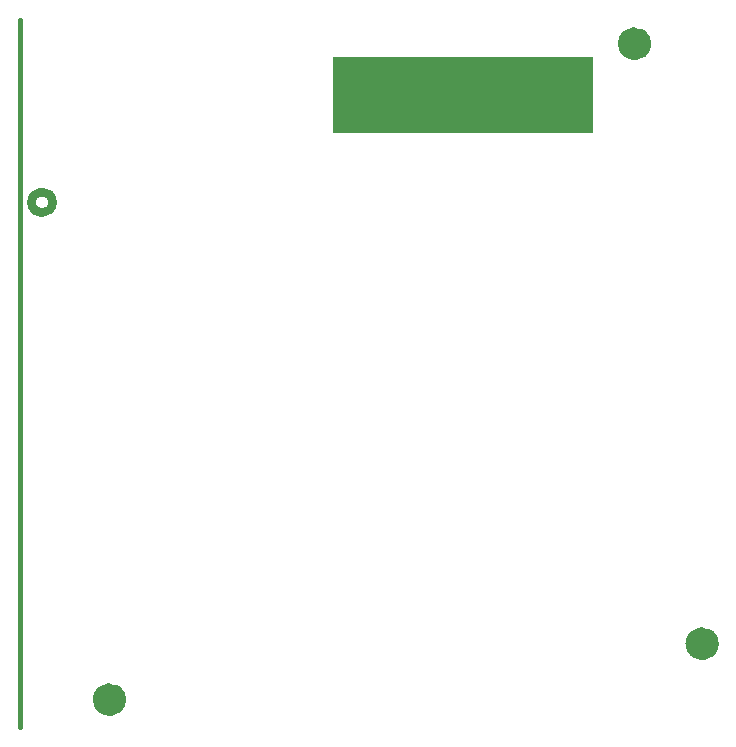
<source format=gko>
G04*
G04 #@! TF.GenerationSoftware,Altium Limited,Altium Designer,23.8.1 (32)*
G04*
G04 Layer_Color=16711935*
%FSLAX44Y44*%
%MOMM*%
G71*
G04*
G04 #@! TF.SameCoordinates,271CB4FA-4F0A-43F9-8DEE-C87A6A24424C*
G04*
G04*
G04 #@! TF.FilePolarity,Positive*
G04*
G01*
G75*
%ADD113C,0.2540*%
%ADD130C,1.3970*%
%ADD131C,0.7620*%
%ADD132R,22.0000X6.5000*%
D113*
X0Y0D02*
X1270D01*
X0Y600000D02*
X1270D01*
Y0D02*
Y600000D01*
X0Y0D02*
Y600000D01*
D130*
X585343Y71120D02*
G03*
X585343Y71120I-6985J0D01*
G01*
X83477Y23790D02*
G03*
X83477Y23790I-6985J0D01*
G01*
X528127Y579120D02*
G03*
X528127Y579120I-6985J0D01*
G01*
D131*
X28353Y444798D02*
G03*
X28353Y444798I-8890J0D01*
G01*
D132*
X375831Y535735D02*
D03*
M02*

</source>
